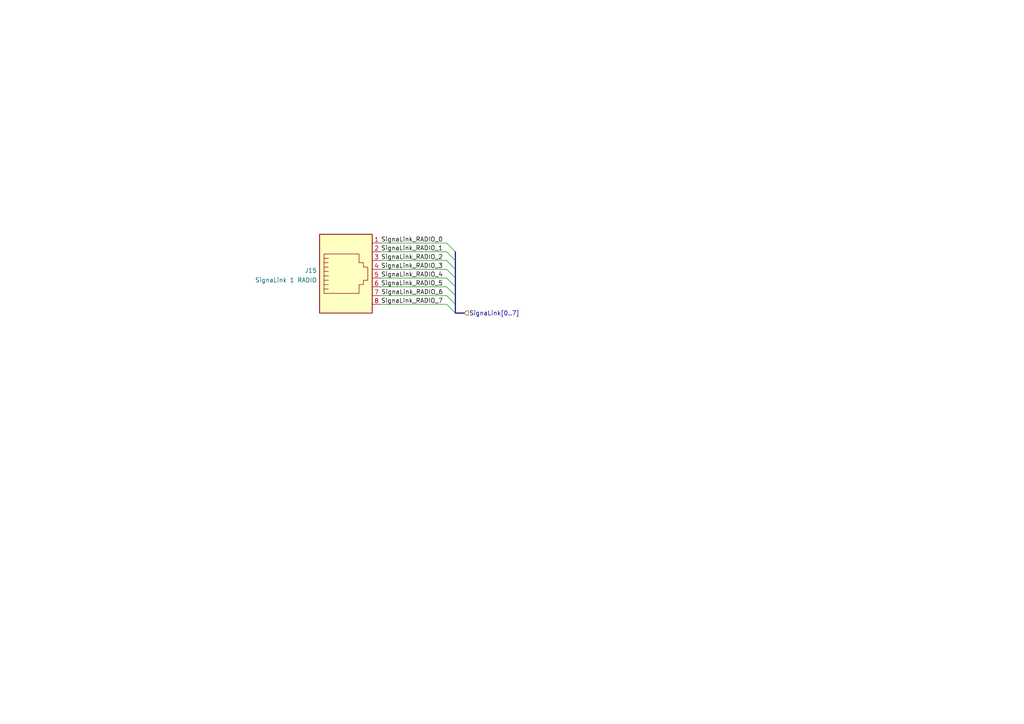
<source format=kicad_sch>
(kicad_sch (version 20211123) (generator eeschema)
  (paper "A4")
  (lib_symbols
    (symbol "Connector:RJ45" (pin_names (offset 1.016))
      (property "Reference" "J" (at -5.08 13.97 0))
      (property "Value" "RJ45" (at 2.54 13.97 0))
      (symbol "RJ45_0_1"
        (polyline (pts (xy -5.08 4.445) (xy -6.35 4.445)))
        (polyline (pts (xy -5.08 5.715) (xy -6.35 5.715)))
        (polyline (pts (xy -6.35 -3.175) (xy -5.08 -3.175) (xy -5.08 -3.175)))
        (polyline (pts (xy -6.35 -1.905) (xy -5.08 -1.905) (xy -5.08 -1.905)))
        (polyline (pts (xy -6.35 -0.635) (xy -5.08 -0.635) (xy -5.08 -0.635)))
        (polyline (pts (xy -6.35 0.635) (xy -5.08 0.635) (xy -5.08 0.635)))
        (polyline (pts (xy -6.35 1.905) (xy -5.08 1.905) (xy -5.08 1.905)))
        (polyline (pts (xy -5.08 3.175) (xy -6.35 3.175) (xy -6.35 3.175)))
        (polyline (pts (xy -6.35 -4.445) (xy -6.35 6.985) (xy 3.81 6.985) (xy 3.81 4.445) (xy 5.08 4.445) (xy 5.08 3.175) (xy 6.35 3.175) (xy 6.35 -0.635) (xy 5.08 -0.635) (xy 5.08 -1.905) (xy 3.81 -1.905) (xy 3.81 -4.445) (xy -6.35 -4.445) (xy -6.35 -4.445)))
        (rectangle (start 7.62 12.7) (end -7.62 -10.16) (stroke (width 0.254)) (fill (type background)))
      )
      (symbol "RJ45_1_1"
        (pin passive line (at 10.16 -7.62 180) (length 2.54) (name "~") (number "1"))
        (pin passive line (at 10.16 -5.08 180) (length 2.54) (name "~") (number "2"))
        (pin passive line (at 10.16 -2.54 180) (length 2.54) (name "~") (number "3"))
        (pin passive line (at 10.16 0 180) (length 2.54) (name "~") (number "4"))
        (pin passive line (at 10.16 2.54 180) (length 2.54) (name "~") (number "5"))
        (pin passive line (at 10.16 5.08 180) (length 2.54) (name "~") (number "6"))
        (pin passive line (at 10.16 7.62 180) (length 2.54) (name "~") (number "7"))
        (pin passive line (at 10.16 10.16 180) (length 2.54) (name "~") (number "8"))
      )
    )
  )
  (bus_entry (at 129.54 88.265) (size 2.54 2.54))
  (bus_entry (at 129.54 73.025) (size 2.54 2.54))
  (bus_entry (at 129.54 70.485) (size 2.54 2.54))
  (bus_entry (at 129.54 85.725) (size 2.54 2.54))
  (bus_entry (at 129.54 75.565) (size 2.54 2.54))
  (bus_entry (at 129.54 80.645) (size 2.54 2.54))
  (bus_entry (at 129.54 83.185) (size 2.54 2.54))
  (bus_entry (at 129.54 78.105) (size 2.54 2.54))
  (wire (pts (xy 110.49 83.185) (xy 129.54 83.185)))
  (wire (pts (xy 110.49 80.645) (xy 129.54 80.645)))
  (bus (pts (xy 132.08 75.565) (xy 132.08 78.105)))
  (wire (pts (xy 110.49 78.105) (xy 129.54 78.105)))
  (bus (pts (xy 132.08 90.805) (xy 134.62 90.805)))
  (bus (pts (xy 132.08 73.025) (xy 132.08 75.565)))
  (wire (pts (xy 110.49 73.025) (xy 129.54 73.025)))
  (bus (pts (xy 132.08 83.185) (xy 132.08 85.725)))
  (wire (pts (xy 110.49 85.725) (xy 129.54 85.725)))
  (bus (pts (xy 132.08 88.265) (xy 132.08 90.805)))
  (bus (pts (xy 132.08 78.105) (xy 132.08 80.645)))
  (bus (pts (xy 132.08 85.725) (xy 132.08 88.265)))
  (wire (pts (xy 110.49 75.565) (xy 129.54 75.565)))
  (bus (pts (xy 132.08 80.645) (xy 132.08 83.185)))
  (wire (pts (xy 110.49 70.485) (xy 129.54 70.485)))
  (wire (pts (xy 110.49 88.265) (xy 129.54 88.265)))
  (label "SignaLink_RADIO_0" (at 110.49 70.485 0))
  (label "SignaLink_RADIO_6" (at 110.5587 85.725 0))
  (label "SignaLink_RADIO_2" (at 110.5075 75.565 0))
  (label "SignaLink_RADIO_3" (at 110.49 78.105 0))
  (label "SignaLink_RADIO_1" (at 110.49 73.025 0))
  (label "SignaLink_RADIO_4" (at 110.5075 80.645 0))
  (label "SignaLink_RADIO_5" (at 110.49 83.185 0))
  (label "SignaLink_RADIO_7" (at 110.49 88.265 0))
  (hierarchical_label "SignaLink[0..7]" (shape input) (at 134.62 90.805 0))
  (symbol (lib_id "Connector:RJ45") (at 100.33 78.105 0) (mirror x)
    (property "Reference" "J15" (at 91.948 78.4665 0) (effects (justify right)))
    (property "Value" "SignaLink 1 RADIO" (at 91.948 81.2416 0) (effects (justify right)))
  )
)
</source>
